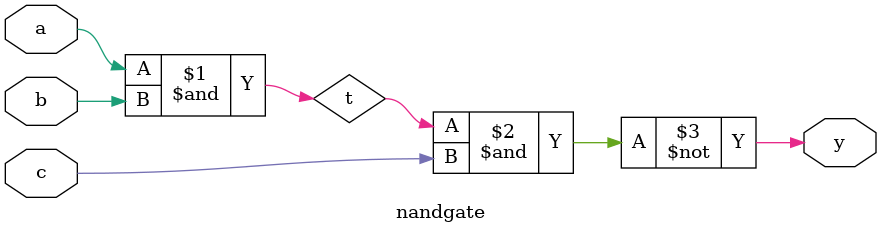
<source format=v>

module nandgate (a, b,c , y);
input a, b ,c;
output y;
wire t;
assign t = a & b;
assign y = ~(t & c);
endmodule
</source>
